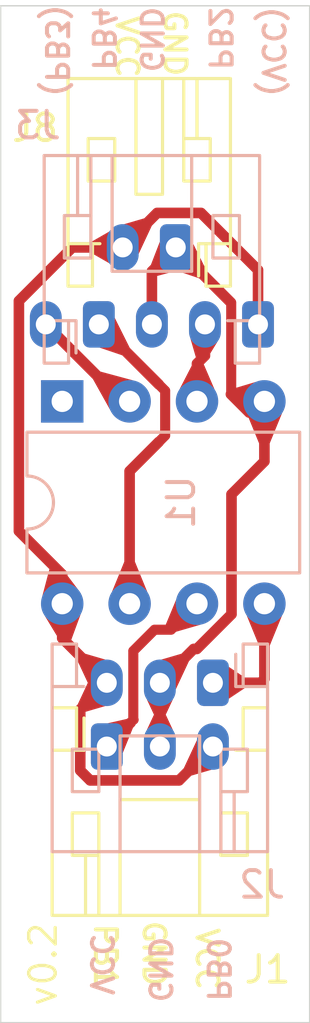
<source format=kicad_pcb>
(kicad_pcb (version 20241229) (generator "pcbnew") (generator_version "9.0")
  (layers (0 "F.Cu" signal) (2 "B.Cu" signal) (13 "F.Paste" user) (15 "B.Paste" user) (5 "F.SilkS" user "F.Silkscreen") (7 "B.SilkS" user "B.Silkscreen") (1 "F.Mask" user) (3 "B.Mask" user) (25 "Edge.Cuts" user))
  (net 0 "")
  (net 1 "Net-(J1-Pin_1)")
  (net 2 "Net-(J2-Pin_1)")
  (net 3 "Net-(J3-Pin_3)")
  (net 4 "GND")
  (net 5 "VCC")
  (net 6 "Net-(J3-Pin_1)")
  (net 7 "Net-(J5-Pin_5)")
  (footprint "Connector_JST:JST_PH_S2B-PH-K_1x02_P2.00mm_Horizontal" (layer "F.Cu") (at 151.4 49.6 180)
    (property "Reference" "J8" (hide yes))
    (property "Value" "Conn_01x02_Socket" (hide yes))
    (fp_line (start 4.06 6.36) (end 4.06 -1.46) (stroke (width 0.12)) (layer "F.SilkS"))
    (fp_line (start 4.06 0.14) (end 3.14 0.14) (stroke (width 0.12)) (layer "F.SilkS"))
    (fp_line (start 4.06 -1.46) (end 3.14 -1.46) (stroke (width 0.12)) (layer "F.SilkS"))
    (fp_line (start 3.3 4.1) (end 2.3 4.1) (stroke (width 0.12)) (layer "F.SilkS"))
    (fp_line (start 3.3 2.5) (end 3.3 4.1) (stroke (width 0.12)) (layer "F.SilkS"))
    (fp_line (start 3.14 0.14) (end 2.86 0.14) (stroke (width 0.12)) (layer "F.SilkS"))
    (fp_line (start 3.14 -1.46) (end 3.14 0.14) (stroke (width 0.12)) (layer "F.SilkS"))
    (fp_line (start 2.3 4.1) (end 2.3 2.5) (stroke (width 0.12)) (layer "F.SilkS"))
    (fp_line (start 2.3 2.5) (end 3.3 2.5) (stroke (width 0.12)) (layer "F.SilkS"))
    (fp_line (start 1.5 2) (end 1.5 6.36) (stroke (width 0.12)) (layer "F.SilkS"))
    (fp_line (start 0.5 6.36) (end 0.5 2) (stroke (width 0.12)) (layer "F.SilkS"))
    (fp_line (start 0.5 2) (end 1.5 2) (stroke (width 0.12)) (layer "F.SilkS"))
    (fp_line (start -0.3 4.1) (end -0.3 6.36) (stroke (width 0.12)) (layer "F.SilkS"))
    (fp_line (start -0.3 4.1) (end -0.3 2.5) (stroke (width 0.12)) (layer "F.SilkS"))
    (fp_line (start -0.3 2.5) (end -1.3 2.5) (stroke (width 0.12)) (layer "F.SilkS"))
    (fp_line (start -0.8 4.1) (end -0.8 6.36) (stroke (width 0.12)) (layer "F.SilkS"))
    (fp_line (start -0.86 0.14) (end -0.86 -1.075) (stroke (width 0.12)) (layer "F.SilkS"))
    (fp_line (start -0.86 0.14) (end -1.14 0.14) (stroke (width 0.12)) (layer "F.SilkS"))
    (fp_line (start -1.14 0.14) (end -1.14 -1.46) (stroke (width 0.12)) (layer "F.SilkS"))
    (fp_line (start -1.14 -1.46) (end -2.06 -1.46) (stroke (width 0.12)) (layer "F.SilkS"))
    (fp_line (start -1.3 4.1) (end -0.3 4.1) (stroke (width 0.12)) (layer "F.SilkS"))
    (fp_line (start -1.3 2.5) (end -1.3 4.1) (stroke (width 0.12)) (layer "F.SilkS"))
    (fp_line (start -2.06 6.36) (end 4.06 6.36) (stroke (width 0.12)) (layer "F.SilkS"))
    (fp_line (start -2.06 0.14) (end -1.14 0.14) (stroke (width 0.12)) (layer "F.SilkS"))
    (fp_line (start -2.06 -1.46) (end -2.06 6.36) (stroke (width 0.12)) (layer "F.SilkS"))
    (fp_text user "${REFERENCE}" (at 5.3 4.5 0) (layer "F.SilkS"))
    (pad "1" thru_hole roundrect (at 0 0 180) (size 1.2 1.75) (drill 0.75) (layers "*.Cu" "*.Mask") (roundrect_rratio 0.208333) (net 4 "GND"))
    (pad "2" thru_hole oval (at 2 0 180) (size 1.2 1.75) (drill 0.75) (layers "*.Cu" "*.Mask") (net 5 "VCC"))
  )
  (footprint "Connector_JST:JST_PH_S3B-PH-K_1x03_P2.00mm_Horizontal" (layer "F.Cu") (at 148.8 68.4)
    (property "Reference" "J1" (at 6.06 8.4 0) (layer "F.SilkS"))
    (property "Value" "Conn_01x03_Socket" (hide yes))
    (fp_line (start -2.06 -1.46) (end -2.06 6.36) (stroke (width 0.12)) (layer "F.SilkS"))
    (fp_line (start -2.06 0.14) (end -1.14 0.14) (stroke (width 0.12)) (layer "F.SilkS"))
    (fp_line (start -2.06 6.36) (end 6.06 6.36) (stroke (width 0.12)) (layer "F.SilkS"))
    (fp_line (start -1.3 2.5) (end -1.3 4.1) (stroke (width 0.12)) (layer "F.SilkS"))
    (fp_line (start -1.3 4.1) (end -0.3 4.1) (stroke (width 0.12)) (layer "F.SilkS"))
    (fp_line (start -1.14 -1.46) (end -2.06 -1.46) (stroke (width 0.12)) (layer "F.SilkS"))
    (fp_line (start -1.14 0.14) (end -1.14 -1.46) (stroke (width 0.12)) (layer "F.SilkS"))
    (fp_line (start -0.86 0.14) (end -1.14 0.14) (stroke (width 0.12)) (layer "F.SilkS"))
    (fp_line (start -0.86 0.14) (end -0.86 -1.075) (stroke (width 0.12)) (layer "F.SilkS"))
    (fp_line (start -0.8 4.1) (end -0.8 6.36) (stroke (width 0.12)) (layer "F.SilkS"))
    (fp_line (start -0.3 2.5) (end -1.3 2.5) (stroke (width 0.12)) (layer "F.SilkS"))
    (fp_line (start -0.3 4.1) (end -0.3 2.5) (stroke (width 0.12)) (layer "F.SilkS"))
    (fp_line (start -0.3 4.1) (end -0.3 6.36) (stroke (width 0.12)) (layer "F.SilkS"))
    (fp_line (start 0.5 2) (end 3.5 2) (stroke (width 0.12)) (layer "F.SilkS"))
    (fp_line (start 0.5 6.36) (end 0.5 2) (stroke (width 0.12)) (layer "F.SilkS"))
    (fp_line (start 3.5 2) (end 3.5 6.36) (stroke (width 0.12)) (layer "F.SilkS"))
    (fp_line (start 4.3 2.5) (end 5.3 2.5) (stroke (width 0.12)) (layer "F.SilkS"))
    (fp_line (start 4.3 4.1) (end 4.3 2.5) (stroke (width 0.12)) (layer "F.SilkS"))
    (fp_line (start 5.14 -1.46) (end 5.14 0.14) (stroke (width 0.12)) (layer "F.SilkS"))
    (fp_line (start 5.14 0.14) (end 4.86 0.14) (stroke (width 0.12)) (layer "F.SilkS"))
    (fp_line (start 5.3 2.5) (end 5.3 4.1) (stroke (width 0.12)) (layer "F.SilkS"))
    (fp_line (start 5.3 4.1) (end 4.3 4.1) (stroke (width 0.12)) (layer "F.SilkS"))
    (fp_line (start 6.06 -1.46) (end 5.14 -1.46) (stroke (width 0.12)) (layer "F.SilkS"))
    (fp_line (start 6.06 0.14) (end 5.14 0.14) (stroke (width 0.12)) (layer "F.SilkS"))
    (fp_line (start 6.06 6.36) (end 6.06 -1.46) (stroke (width 0.12)) (layer "F.SilkS"))
    (pad "1" thru_hole roundrect (at 0 0) (size 1.2 1.75) (drill 0.75) (layers "*.Cu" "*.Mask") (roundrect_rratio 0.208333) (net 1 "Net-(J1-Pin_1)"))
    (pad "2" thru_hole oval (at 2 0) (size 1.2 1.75) (drill 0.75) (layers "*.Cu" "*.Mask") (net 4 "GND"))
    (pad "3" thru_hole oval (at 4 0) (size 1.2 1.75) (drill 0.75) (layers "*.Cu" "*.Mask") (net 5 "VCC"))
  )
  (footprint "Connector_JST:JST_PH_B5B-PH-K_1x05_P2.00mm_Vertical" (layer "B.Cu") (at 154.5 52.5 180)
    (property "Reference" "J5" (hide yes))
    (property "Value" "Conn_01x05_Socket" (hide yes))
    (pad "1" thru_hole roundrect (at 0 0 180) (size 1.2 1.75) (drill 0.75) (layers "*.Cu" "*.Mask") (roundrect_rratio 0.208333) (net 5 "VCC"))
    (pad "2" thru_hole oval (at 2 0 180) (size 1.2 1.75) (drill 0.75) (layers "*.Cu" "*.Mask") (net 3 "Net-(J3-Pin_3)"))
    (pad "3" thru_hole oval (at 4 0 180) (size 1.2 1.75) (drill 0.75) (layers "*.Cu" "*.Mask") (net 4 "GND"))
    (pad "4" thru_hole oval (at 6 0 180) (size 1.2 1.75) (drill 0.75) (layers "*.Cu" "*.Mask") (net 6 "Net-(J3-Pin_1)"))
    (pad "5" thru_hole oval (at 8 0 180) (size 1.2 1.75) (drill 0.75) (layers "*.Cu" "*.Mask") (net 7 "Net-(J5-Pin_5)"))
  )
  (footprint "Connector_JST:JST_PH_S3B-PH-K_1x03_P2.00mm_Horizontal" (layer "B.Cu") (at 148.5 52.5)
    (property "Reference" "J3" (at -2.3 -7.5 0) (layer "B.SilkS") (effects (justify mirror)))
    (property "Value" "Conn_01x03_Socket" (hide yes))
    (fp_line (start -2.06 -6.36) (end 6.06 -6.36) (stroke (width 0.12)) (layer "B.SilkS"))
    (fp_line (start -2.06 -0.14) (end -1.14 -0.14) (stroke (width 0.12)) (layer "B.SilkS"))
    (fp_line (start -2.06 1.46) (end -2.06 -6.36) (stroke (width 0.12)) (layer "B.SilkS"))
    (fp_line (start -1.3 -4.1) (end -0.3 -4.1) (stroke (width 0.12)) (layer "B.SilkS"))
    (fp_line (start -1.3 -2.5) (end -1.3 -4.1) (stroke (width 0.12)) (layer "B.SilkS"))
    (fp_line (start -1.14 -0.14) (end -1.14 1.46) (stroke (width 0.12)) (layer "B.SilkS"))
    (fp_line (start -1.14 1.46) (end -2.06 1.46) (stroke (width 0.12)) (layer "B.SilkS"))
    (fp_line (start -0.86 -0.14) (end -1.14 -0.14) (stroke (width 0.12)) (layer "B.SilkS"))
    (fp_line (start -0.86 -0.14) (end -0.86 1.075) (stroke (width 0.12)) (layer "B.SilkS"))
    (fp_line (start -0.8 -4.1) (end -0.8 -6.36) (stroke (width 0.12)) (layer "B.SilkS"))
    (fp_line (start -0.3 -4.1) (end -0.3 -6.36) (stroke (width 0.12)) (layer "B.SilkS"))
    (fp_line (start -0.3 -4.1) (end -0.3 -2.5) (stroke (width 0.12)) (layer "B.SilkS"))
    (fp_line (start -0.3 -2.5) (end -1.3 -2.5) (stroke (width 0.12)) (layer "B.SilkS"))
    (fp_line (start 0.5 -6.36) (end 0.5 -2) (stroke (width 0.12)) (layer "B.SilkS"))
    (fp_line (start 0.5 -2) (end 3.5 -2) (stroke (width 0.12)) (layer "B.SilkS"))
    (fp_line (start 3.5 -2) (end 3.5 -6.36) (stroke (width 0.12)) (layer "B.SilkS"))
    (fp_line (start 4.3 -4.1) (end 4.3 -2.5) (stroke (width 0.12)) (layer "B.SilkS"))
    (fp_line (start 4.3 -2.5) (end 5.3 -2.5) (stroke (width 0.12)) (layer "B.SilkS"))
    (fp_line (start 5.14 -0.14) (end 4.86 -0.14) (stroke (width 0.12)) (layer "B.SilkS"))
    (fp_line (start 5.14 1.46) (end 5.14 -0.14) (stroke (width 0.12)) (layer "B.SilkS"))
    (fp_line (start 5.3 -4.1) (end 4.3 -4.1) (stroke (width 0.12)) (layer "B.SilkS"))
    (fp_line (start 5.3 -2.5) (end 5.3 -4.1) (stroke (width 0.12)) (layer "B.SilkS"))
    (fp_line (start 6.06 -6.36) (end 6.06 1.46) (stroke (width 0.12)) (layer "B.SilkS"))
    (fp_line (start 6.06 -0.14) (end 5.14 -0.14) (stroke (width 0.12)) (layer "B.SilkS"))
    (fp_line (start 6.06 1.46) (end 5.14 1.46) (stroke (width 0.12)) (layer "B.SilkS"))
    (pad "1" thru_hole roundrect (at 0 0) (size 1.2 1.75) (drill 0.75) (layers "*.Cu" "*.Mask") (roundrect_rratio 0.208333) (net 6 "Net-(J3-Pin_1)"))
    (pad "2" thru_hole oval (at 2 0) (size 1.2 1.75) (drill 0.75) (layers "*.Cu" "*.Mask") (net 4 "GND"))
    (pad "3" thru_hole oval (at 4 0) (size 1.2 1.75) (drill 0.75) (layers "*.Cu" "*.Mask") (net 3 "Net-(J3-Pin_3)"))
  )
  (footprint "Package_DIP:DIP-8_W7.62mm" (layer "B.Cu") (at 147.12 55.4 -90)
    (property "Reference" "U1" (at 3.8 -4.48 90) (layer "B.SilkS") (effects (justify mirror)))
    (property "Value" "ATtiny85-20P" (hide yes))
    (fp_line (start 1.16 1.33) (end 1.16 -8.95) (stroke (width 0.12)) (layer "B.SilkS"))
    (fp_line (start 2.81 1.33) (end 1.16 1.33) (stroke (width 0.12)) (layer "B.SilkS"))
    (fp_line (start 6.46 1.33) (end 4.81 1.33) (stroke (width 0.12)) (layer "B.SilkS"))
    (fp_line (start 1.16 -8.95) (end 6.46 -8.95) (stroke (width 0.12)) (layer "B.SilkS"))
    (fp_line (start 6.46 -8.95) (end 6.46 1.33) (stroke (width 0.12)) (layer "B.SilkS"))
    (fp_arc (start 2.81 1.33) (mid 3.81 0.33) (end 4.81 1.33) (stroke (width 0.12)) (layer "B.SilkS"))
    (pad "1" thru_hole rect (at 0 0 270) (size 1.6 1.6) (drill 0.8) (layers "*.Cu" "*.Mask"))
    (pad "2" thru_hole oval (at 0 -2.54 270) (size 1.6 1.6) (drill 0.8) (layers "*.Cu" "*.Mask") (net 7 "Net-(J5-Pin_5)"))
    (pad "3" thru_hole oval (at 0 -5.08 270) (size 1.6 1.6) (drill 0.8) (layers "*.Cu" "*.Mask") (net 3 "Net-(J3-Pin_3)"))
    (pad "4" thru_hole oval (at 0 -7.62 270) (size 1.6 1.6) (drill 0.8) (layers "*.Cu" "*.Mask") (net 4 "GND"))
    (pad "5" thru_hole oval (at 7.62 -7.62 270) (size 1.6 1.6) (drill 0.8) (layers "*.Cu" "*.Mask") (net 2 "Net-(J2-Pin_1)"))
    (pad "6" thru_hole oval (at 7.62 -5.08 270) (size 1.6 1.6) (drill 0.8) (layers "*.Cu" "*.Mask") (net 1 "Net-(J1-Pin_1)"))
    (pad "7" thru_hole oval (at 7.62 -2.54 270) (size 1.6 1.6) (drill 0.8) (layers "*.Cu" "*.Mask") (net 6 "Net-(J3-Pin_1)"))
    (pad "8" thru_hole oval (at 7.62 0 270) (size 1.6 1.6) (drill 0.8) (layers "*.Cu" "*.Mask") (net 5 "VCC"))
  )
  (footprint "Connector_JST:JST_PH_S3B-PH-K_1x03_P2.00mm_Horizontal" (layer "B.Cu") (at 152.8 66 180)
    (property "Reference" "J2" (at -1.85 -7.6 0) (layer "B.SilkS") (effects (justify mirror)))
    (property "Value" "Conn_01x03_Socket" (hide yes))
    (fp_line (start 6.06 1.46) (end 5.14 1.46) (stroke (width 0.12)) (layer "B.SilkS"))
    (fp_line (start 6.06 -0.14) (end 5.14 -0.14) (stroke (width 0.12)) (layer "B.SilkS"))
    (fp_line (start 6.06 -6.36) (end 6.06 1.46) (stroke (width 0.12)) (layer "B.SilkS"))
    (fp_line (start 5.3 -2.5) (end 5.3 -4.1) (stroke (width 0.12)) (layer "B.SilkS"))
    (fp_line (start 5.3 -4.1) (end 4.3 -4.1) (stroke (width 0.12)) (layer "B.SilkS"))
    (fp_line (start 5.14 1.46) (end 5.14 -0.14) (stroke (width 0.12)) (layer "B.SilkS"))
    (fp_line (start 5.14 -0.14) (end 4.86 -0.14) (stroke (width 0.12)) (layer "B.SilkS"))
    (fp_line (start 4.3 -2.5) (end 5.3 -2.5) (stroke (width 0.12)) (layer "B.SilkS"))
    (fp_line (start 4.3 -4.1) (end 4.3 -2.5) (stroke (width 0.12)) (layer "B.SilkS"))
    (fp_line (start 3.5 -2) (end 3.5 -6.36) (stroke (width 0.12)) (layer "B.SilkS"))
    (fp_line (start 0.5 -2) (end 3.5 -2) (stroke (width 0.12)) (layer "B.SilkS"))
    (fp_line (start 0.5 -6.36) (end 0.5 -2) (stroke (width 0.12)) (layer "B.SilkS"))
    (fp_line (start -0.3 -2.5) (end -1.3 -2.5) (stroke (width 0.12)) (layer "B.SilkS"))
    (fp_line (start -0.3 -4.1) (end -0.3 -2.5) (stroke (width 0.12)) (layer "B.SilkS"))
    (fp_line (start -0.3 -4.1) (end -0.3 -6.36) (stroke (width 0.12)) (layer "B.SilkS"))
    (fp_line (start -0.8 -4.1) (end -0.8 -6.36) (stroke (width 0.12)) (layer "B.SilkS"))
    (fp_line (start -0.86 -0.14) (end -0.86 1.075) (stroke (width 0.12)) (layer "B.SilkS"))
    (fp_line (start -0.86 -0.14) (end -1.14 -0.14) (stroke (width 0.12)) (layer "B.SilkS"))
    (fp_line (start -1.14 1.46) (end -2.06 1.46) (stroke (width 0.12)) (layer "B.SilkS"))
    (fp_line (start -1.14 -0.14) (end -1.14 1.46) (stroke (width 0.12)) (layer "B.SilkS"))
    (fp_line (start -1.3 -2.5) (end -1.3 -4.1) (stroke (width 0.12)) (layer "B.SilkS"))
    (fp_line (start -1.3 -4.1) (end -0.3 -4.1) (stroke (width 0.12)) (layer "B.SilkS"))
    (fp_line (start -2.06 1.46) (end -2.06 -6.36) (stroke (width 0.12)) (layer "B.SilkS"))
    (fp_line (start -2.06 -0.14) (end -1.14 -0.14) (stroke (width 0.12)) (layer "B.SilkS"))
    (fp_line (start -2.06 -6.36) (end 6.06 -6.36) (stroke (width 0.12)) (layer "B.SilkS"))
    (pad "1" thru_hole roundrect (at 0 0 180) (size 1.2 1.75) (drill 0.75) (layers "*.Cu" "*.Mask") (roundrect_rratio 0.208333) (net 2 "Net-(J2-Pin_1)"))
    (pad "2" thru_hole oval (at 2 0 180) (size 1.2 1.75) (drill 0.75) (layers "*.Cu" "*.Mask") (net 4 "GND"))
    (pad "3" thru_hole oval (at 4 0 180) (size 1.2 1.75) (drill 0.75) (layers "*.Cu" "*.Mask") (net 5 "VCC"))
  )
  (gr_rect (start 144.8 40.5) (end 156.446071 78.8) (stroke (width 0.05)) (fill no) (layer "Edge.Cuts"))
  (gr_text "VCC" (at 152.58125 76.4 -90) (layer "F.SilkS") (effects (font (size 0.8 0.8) (thickness 0.15) (bold yes))))
  (gr_text "GND" (at 150.9 40.6 -90) (layer "F.SilkS") (effects (font (size 0.8 0.8) (thickness 0.15) (bold yes)) (justify left bottom)))
  (gr_text "v0.2" (at 146.4 76.6 90) (layer "F.SilkS") (effects (font (size 1 1) (thickness 0.125))))
  (gr_text "PB1" (at 148.28125 75 -90) (layer "F.SilkS") (effects (font (size 0.8 0.8) (thickness 0.15) (bold yes)) (justify left bottom)))
  (gr_text "VCC" (at 149.1 40.8 -90) (layer "F.SilkS") (effects (font (size 0.8 0.8) (thickness 0.15) (bold yes)) (justify left bottom)))
  (gr_text "GND" (at 150.58125 76.2 -90) (layer "F.SilkS") (effects (font (size 0.8 0.8) (thickness 0.15) (bold yes))))
  (gr_text "(VCC)" (at 154.6 44 -90) (layer "B.SilkS") (effects (font (size 0.8 0.8)) (justify left bottom mirror)))
  (gr_text "PB2" (at 152.6 43 -90) (layer "B.SilkS") (effects (font (size 0.8 0.8)) (justify left bottom mirror)))
  (gr_text "GND" (at 150.8 76.8 -90) (layer "B.SilkS") (effects (font (size 0.8 0.8) (thickness 0.15) (bold yes)) (justify mirror)))
  (gr_text "VCC" (at 148.6 76.6 -90) (layer "B.SilkS") (effects (font (size 0.8 0.8) (thickness 0.15) (bold yes)) (justify mirror)))
  (gr_text "(PB3)" (at 146.44 44 -90) (layer "B.SilkS") (effects (font (size 0.8 0.8) (thickness 0.15) (bold yes)) (justify left bottom mirror)))
  (gr_text "GND" (at 150.00664 43.088202 -90) (layer "B.SilkS") (effects (font (size 0.8 0.8)) (justify left bottom mirror)))
  (gr_text "PB0" (at 153 76.8 -90) (layer "B.SilkS") (effects (font (size 0.8 0.8) (thickness 0.15) (bold yes)) (justify mirror)))
  (gr_text "PB4" (at 148.2 43.015498 -90) (layer "B.SilkS") (effects (font (size 0.8 0.8) (thickness 0.15) (bold yes)) (justify left bottom mirror)))
  (segment (start 150.6 64) (end 149.799403 64.800597) (width 0.38) (layer "F.Cu") (net 1))
  (segment (start 151.22 64) (end 150.6 64) (width 0.38) (layer "F.Cu") (net 1))
  (segment (start 149.799403 64.800597) (end 149.799403 67.376673) (width 0.38) (layer "F.Cu") (net 1))
  (segment (start 149.701 67.499) (end 148.8 68.4) (width 0.4) (layer "F.Cu") (net 1))
  (segment (start 149.811365 67.388635) (end 149.701 67.499) (width 0.2) (layer "F.Cu") (net 1))
  (segment (start 149.799403 67.376673) (end 149.811365 67.388635) (width 0.38) (layer "F.Cu") (net 1))
  (segment (start 152.2 63.02) (end 151.22 64) (width 0.38) (layer "F.Cu") (net 1))
  (segment (start 154.74 65.86) (end 154.74 63.02) (width 0.4) (layer "F.Cu") (net 2))
  (segment (start 152.8 66) (end 154.6 66) (width 0.4) (layer "F.Cu") (net 2))
  (segment (start 154.6 66) (end 154.74 65.86) (width 0.4) (layer "F.Cu") (net 2))
  (segment (start 151.78 55.5605) (end 152.0395 55.5605) (width 0.2) (layer "F.Cu") (net 3))
  (segment (start 152.2 53.9767) (end 152.2 55.4) (width 0.4) (layer "F.Cu") (net 3))
  (segment (start 152.04 55.8205) (end 151.78 55.5605) (width 0.2) (layer "F.Cu") (net 3))
  (segment (start 152.0395 55.5605) (end 152.2 55.4) (width 0.2) (layer "F.Cu") (net 3))
  (segment (start 152.5 53.6767) (end 152.2 53.9767) (width 0.4) (layer "F.Cu") (net 3))
  (segment (start 151.78 55.5605) (end 151.52 55.3005) (width 0.2) (layer "F.Cu") (net 3))
  (segment (start 152.5 52.5) (end 152.5 53.6767) (width 0.4) (layer "F.Cu") (net 3))
  (segment (start 150.8 66) (end 150.8 68.4) (width 0.2) (layer "F.Cu") (net 4))
  (segment (start 152.076 64.724) (end 150.8 66) (width 0.4) (layer "F.Cu") (net 4))
  (segment (start 153.5 58.9) (end 153.5 63.418471) (width 0.4) (layer "F.Cu") (net 4))
  (segment (start 154.74 57.66) (end 153.5 58.9) (width 0.4) (layer "F.Cu") (net 4))
  (segment (start 153.489717 51.689717) (end 153.477755 51.677755) (width 0.38) (layer "F.Cu") (net 4))
  (segment (start 154.5 55.64) (end 154.5 55.7405) (width 0.2) (layer "F.Cu") (net 4))
  (segment (start 154.1686 55.8205) (end 153.477755 55.129655) (width 0.4) (layer "F.Cu") (net 4))
  (segment (start 154.74 55.4) (end 154.5 55.64) (width 0.2) (layer "F.Cu") (net 4))
  (segment (start 154.1686 55.8205) (end 154.58 55.8205) (width 0.2) (layer "F.Cu") (net 4))
  (segment (start 153.477755 51.677755) (end 151.4 49.6) (width 0.4) (layer "F.Cu") (net 4))
  (segment (start 153.5 63.418471) (end 152.194471 64.724) (width 0.4) (layer "F.Cu") (net 4))
  (segment (start 153.489717 55.117693) (end 153.489717 51.689717) (width 0.38) (layer "F.Cu") (net 4))
  (segment (start 152.194471 64.724) (end 152.076 64.724) (width 0.4) (layer "F.Cu") (net 4))
  (segment (start 151.4 49.6) (end 150.5 50.5) (width 0.4) (layer "F.Cu") (net 4))
  (segment (start 154.5 55.7405) (end 154.58 55.8205) (width 0.4) (layer "F.Cu") (net 4))
  (segment (start 154.74 55.4) (end 154.74 57.66) (width 0.4) (layer "F.Cu") (net 4))
  (segment (start 150.5 50.5) (end 150.5 52.5) (width 0.4) (layer "F.Cu") (net 4))
  (segment (start 153.477755 55.129655) (end 153.489717 55.117693) (width 0.38) (layer "F.Cu") (net 4))
  (segment (start 147.799 69.30158) (end 148.17342 69.676) (width 0.4) (layer "F.Cu") (net 5))
  (segment (start 149.4 49.6) (end 147.502244 49.6) (width 0.4) (layer "F.Cu") (net 5))
  (segment (start 151.524 69.676) (end 152.8 68.4) (width 0.4) (layer "F.Cu") (net 5))
  (segment (start 145.487621 51.614623) (end 145.487621 60.285921) (width 0.4) (layer "F.Cu") (net 5))
  (segment (start 148.8 66) (end 147.799 67.001) (width 0.4) (layer "F.Cu") (net 5))
  (segment (start 148.17342 69.676) (end 151.524 69.676) (width 0.4) (layer "F.Cu") (net 5))
  (segment (start 147.12 63.02) (end 147.12 64.32) (width 0.4) (layer "F.Cu") (net 5))
  (segment (start 147.502244 49.6) (end 145.487621 51.614623) (width 0.4) (layer "F.Cu") (net 5))
  (segment (start 152.351004 48.302087) (end 150.697913 48.302087) (width 0.4) (layer "F.Cu") (net 5))
  (segment (start 149.4 49.6) (end 150.697913 48.302087) (width 0.4) (layer "F.Cu") (net 5))
  (segment (start 147.799 67.001) (end 147.799 69.30158) (width 0.4) (layer "F.Cu") (net 5))
  (segment (start 154.5 50.451083) (end 152.351004 48.302087) (width 0.4) (layer "F.Cu") (net 5))
  (segment (start 147.12 61.9183) (end 147.12 63.02) (width 0.4) (layer "F.Cu") (net 5))
  (segment (start 147.12 64.32) (end 148.8 66) (width 0.4) (layer "F.Cu") (net 5))
  (segment (start 145.487621 60.285921) (end 147.12 61.9183) (width 0.4) (layer "F.Cu") (net 5))
  (segment (start 154.5 50.451083) (end 154.5 52.5) (width 0.4) (layer "F.Cu") (net 5))
  (segment (start 151 56.68645) (end 150.761 56.92545) (width 0.38) (layer "F.Cu") (net 6))
  (segment (start 148.7 52.5) (end 148.5 52.5) (width 0.2) (layer "F.Cu") (net 6))
  (segment (start 149.66 58.02645) (end 149.66 63.02) (width 0.4) (layer "F.Cu") (net 6))
  (segment (start 148.5 52.5) (end 150.761 54.761) (width 0.4) (layer "F.Cu") (net 6))
  (segment (start 151 55) (end 151 56.68645) (width 0.38) (layer "F.Cu") (net 6))
  (segment (start 150.761 54.761) (end 151 55) (width 0.38) (layer "F.Cu") (net 6))
  (segment (start 150.761 56.92545) (end 149.66 58.02645) (width 0.4) (layer "F.Cu") (net 6))
  (segment (start 149.4 55.4) (end 149.66 55.4) (width 0.2) (layer "F.Cu") (net 7))
  (segment (start 146.5 52.5) (end 149.4 55.4) (width 0.4) (layer "F.Cu") (net 7))
)
</source>
